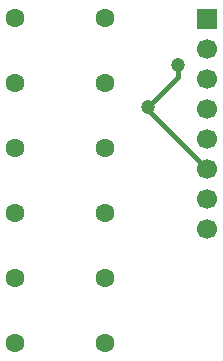
<source format=gbr>
%TF.GenerationSoftware,KiCad,Pcbnew,9.0.6*%
%TF.CreationDate,2025-11-25T21:03:31+00:00*%
%TF.ProjectId,sensor,73656e73-6f72-42e6-9b69-6361645f7063,rev?*%
%TF.SameCoordinates,Original*%
%TF.FileFunction,Copper,L2,Bot*%
%TF.FilePolarity,Positive*%
%FSLAX46Y46*%
G04 Gerber Fmt 4.6, Leading zero omitted, Abs format (unit mm)*
G04 Created by KiCad (PCBNEW 9.0.6) date 2025-11-25 21:03:31*
%MOMM*%
%LPD*%
G01*
G04 APERTURE LIST*
%TA.AperFunction,ComponentPad*%
%ADD10R,1.700000X1.700000*%
%TD*%
%TA.AperFunction,ComponentPad*%
%ADD11C,1.700000*%
%TD*%
%TA.AperFunction,ComponentPad*%
%ADD12C,1.600000*%
%TD*%
%TA.AperFunction,ViaPad*%
%ADD13C,1.200000*%
%TD*%
%TA.AperFunction,Conductor*%
%ADD14C,0.400000*%
%TD*%
G04 APERTURE END LIST*
D10*
%TO.P,J1,1,Pin_1*%
%TO.N,Net-(J1-Pin_1)*%
X68500000Y-39610000D03*
D11*
%TO.P,J1,2,Pin_2*%
%TO.N,Net-(J1-Pin_2)*%
X68500000Y-42150000D03*
%TO.P,J1,3,Pin_3*%
%TO.N,Net-(J1-Pin_3)*%
X68500000Y-44690000D03*
%TO.P,J1,4,Pin_4*%
%TO.N,Net-(J1-Pin_4)*%
X68500000Y-47230000D03*
%TO.P,J1,5,Pin_5*%
X68500000Y-49770000D03*
%TO.P,J1,6,Pin_6*%
%TO.N,Net-(J1-Pin_2)*%
X68500000Y-52310000D03*
%TO.P,J1,7,Pin_7*%
X68500000Y-54850000D03*
%TO.P,J1,8,Pin_8*%
X68500000Y-57390000D03*
%TD*%
D12*
%TO.P,R6,1*%
%TO.N,Net-(J1-Pin_4)*%
X52190000Y-67000000D03*
%TO.P,R6,2*%
%TO.N,Net-(R5-Pad1)*%
X59810000Y-67000000D03*
%TD*%
%TO.P,R5,1*%
%TO.N,Net-(R5-Pad1)*%
X52190000Y-61500000D03*
%TO.P,R5,2*%
%TO.N,Net-(R4-Pad1)*%
X59810000Y-61500000D03*
%TD*%
%TO.P,R4,1*%
%TO.N,Net-(R4-Pad1)*%
X52190000Y-56000000D03*
%TO.P,R4,2*%
%TO.N,Net-(R3-Pad1)*%
X59810000Y-56000000D03*
%TD*%
%TO.P,R3,1*%
%TO.N,Net-(R3-Pad1)*%
X52190000Y-50500000D03*
%TO.P,R3,2*%
%TO.N,Net-(J1-Pin_3)*%
X59810000Y-50500000D03*
%TD*%
%TO.P,R2,1*%
%TO.N,Net-(J1-Pin_2)*%
X52190000Y-45000000D03*
%TO.P,R2,2*%
%TO.N,Net-(J1-Pin_3)*%
X59810000Y-45000000D03*
%TD*%
%TO.P,R1,1*%
%TO.N,Net-(J1-Pin_3)*%
X52190000Y-39500000D03*
%TO.P,R1,2*%
%TO.N,Net-(J1-Pin_1)*%
X59810000Y-39500000D03*
%TD*%
D13*
%TO.N,Net-(J1-Pin_2)*%
X63500000Y-47000000D03*
X66000000Y-43500000D03*
%TD*%
D14*
%TO.N,Net-(J1-Pin_2)*%
X68500000Y-52310000D02*
X63500000Y-47310000D01*
X63500000Y-47310000D02*
X63500000Y-47000000D01*
X66000000Y-44500000D02*
X63500000Y-47000000D01*
X66000000Y-43500000D02*
X66000000Y-44500000D01*
%TD*%
M02*

</source>
